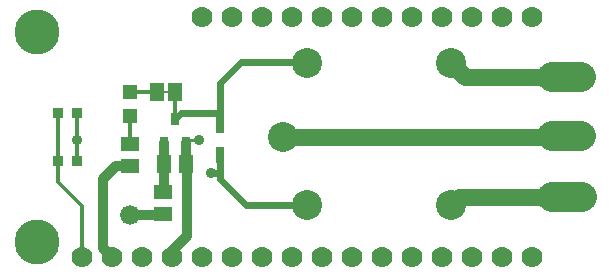
<source format=gbr>
G04 EAGLE Gerber RS-274X export*
G75*
%MOMM*%
%FSLAX34Y34*%
%LPD*%
%INTop Copper*%
%IPPOS*%
%AMOC8*
5,1,8,0,0,1.08239X$1,22.5*%
G01*
%ADD10C,2.540000*%
%ADD11R,0.635000X1.016000*%
%ADD12R,1.500000X1.240000*%
%ADD13R,0.800000X1.350000*%
%ADD14C,1.676400*%
%ADD15R,1.240000X1.500000*%
%ADD16R,1.200000X1.200000*%
%ADD17R,1.168400X1.600200*%
%ADD18R,0.635000X0.203200*%
%ADD19C,3.810000*%
%ADD20C,1.778000*%
%ADD21R,0.900000X0.900000*%
%ADD22C,2.500000*%
%ADD23C,2.540000*%
%ADD24C,0.812800*%
%ADD25C,0.304800*%
%ADD26C,0.254000*%
%ADD27C,0.906400*%
%ADD28C,1.422400*%
%ADD29C,0.609600*%


D10*
X234000Y114300D03*
X254000Y56800D03*
X376000Y56800D03*
X376000Y176800D03*
X254000Y176800D03*
D11*
X142240Y129380D03*
X151740Y109380D03*
X132740Y109380D03*
D12*
X132080Y48920D03*
X132080Y67920D03*
D13*
X180340Y99060D03*
X180340Y124460D03*
D14*
X104140Y48260D03*
D15*
X151740Y91440D03*
X132740Y91440D03*
D16*
X104140Y152740D03*
X104140Y131740D03*
D12*
X104140Y108560D03*
X104140Y89560D03*
D17*
X142240Y152400D03*
X127000Y152400D03*
D18*
X134620Y152400D03*
D19*
X25400Y203200D03*
X25400Y25400D03*
D20*
X165100Y215900D03*
X190500Y215900D03*
X215900Y215900D03*
X241300Y215900D03*
X266700Y215900D03*
X292100Y215900D03*
X317500Y215900D03*
X342900Y215900D03*
X368300Y215900D03*
X393700Y215900D03*
X419100Y215900D03*
X444500Y215900D03*
X165100Y12700D03*
X190500Y12700D03*
X215900Y12700D03*
X241300Y12700D03*
X266700Y12700D03*
X292100Y12700D03*
X317500Y12700D03*
X342900Y12700D03*
X368300Y12700D03*
X393700Y12700D03*
X419100Y12700D03*
X444500Y12700D03*
X139700Y12700D03*
X114300Y12700D03*
X88900Y12700D03*
X63500Y12700D03*
D21*
X58800Y93800D03*
X42800Y93800D03*
X42800Y134800D03*
X58800Y134800D03*
D22*
X461210Y165100D02*
X486210Y165100D01*
X486210Y114800D02*
X461210Y114800D01*
D23*
X461010Y63500D02*
X486410Y63500D01*
D24*
X139700Y17780D02*
X139700Y12700D01*
X139700Y17780D02*
X152400Y30480D01*
X152400Y90780D01*
X151740Y91440D01*
X151740Y109380D01*
D25*
X58800Y111760D02*
X58800Y93800D01*
X58800Y111760D02*
X58800Y134800D01*
D26*
X151740Y109380D02*
X154120Y111760D01*
X162560Y111760D01*
D27*
X162560Y111760D03*
X58800Y111760D03*
D28*
X234000Y114300D02*
X469900Y114300D01*
X470400Y114800D01*
X473710Y114800D01*
X382700Y63500D02*
X376000Y56800D01*
X382700Y63500D02*
X473710Y63500D01*
X387700Y165100D02*
X376000Y176800D01*
X387700Y165100D02*
X473710Y165100D01*
D29*
X254000Y56800D02*
X202280Y56800D01*
X180340Y78740D01*
X180340Y83820D01*
D24*
X88900Y12700D02*
X81280Y20320D01*
X81280Y78740D01*
X92100Y89560D01*
X104140Y89560D01*
D27*
X172720Y83820D03*
D29*
X180340Y83820D01*
X180340Y99060D01*
X180340Y124460D02*
X180340Y134620D01*
X180340Y160020D01*
X198120Y177800D01*
X253000Y177800D01*
X254000Y176800D01*
X147480Y134620D02*
X142240Y129380D01*
X147480Y134620D02*
X180340Y134620D01*
D25*
X142240Y129380D02*
X142240Y152400D01*
D24*
X132740Y109380D02*
X132740Y91440D01*
X132740Y68580D01*
X132080Y67920D01*
D25*
X104140Y108560D02*
X104140Y131740D01*
X104480Y152400D02*
X104140Y152740D01*
X104480Y152400D02*
X127000Y152400D01*
X63500Y55880D02*
X63500Y12700D01*
X63500Y55880D02*
X43180Y76200D01*
X43180Y93420D01*
X42800Y93800D01*
X42800Y134800D01*
D24*
X104140Y48260D02*
X131420Y48260D01*
X132080Y48920D01*
M02*

</source>
